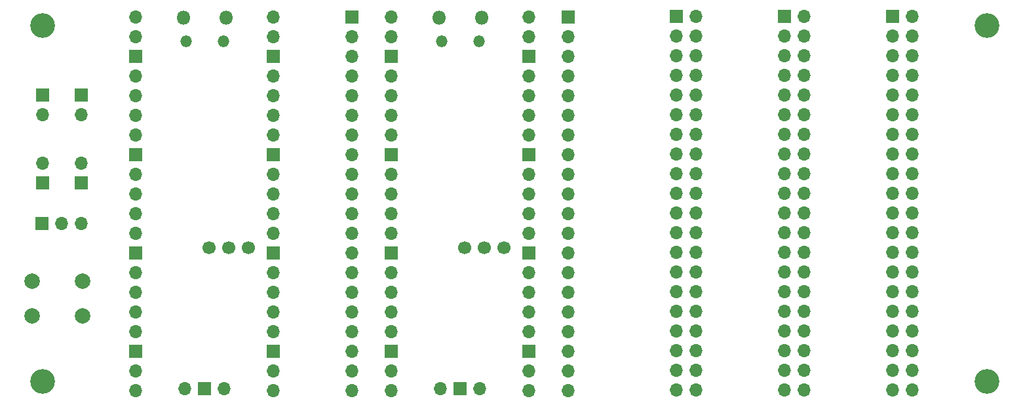
<source format=gbr>
%TF.GenerationSoftware,KiCad,Pcbnew,7.0.2*%
%TF.CreationDate,2023-05-26T12:13:05+09:00*%
%TF.ProjectId,KiCad,4b694361-642e-46b6-9963-61645f706362,rev?*%
%TF.SameCoordinates,PX41cdb40PY67f3540*%
%TF.FileFunction,Soldermask,Bot*%
%TF.FilePolarity,Negative*%
%FSLAX46Y46*%
G04 Gerber Fmt 4.6, Leading zero omitted, Abs format (unit mm)*
G04 Created by KiCad (PCBNEW 7.0.2) date 2023-05-26 12:13:05*
%MOMM*%
%LPD*%
G01*
G04 APERTURE LIST*
%ADD10O,1.800000X1.800000*%
%ADD11O,1.500000X1.500000*%
%ADD12O,1.700000X1.700000*%
%ADD13R,1.700000X1.700000*%
%ADD14C,1.700000*%
%ADD15C,3.200000*%
%ADD16C,2.000000*%
G04 APERTURE END LIST*
D10*
%TO.C,U1*%
X55275000Y51000000D03*
D11*
X55575000Y47970000D03*
X60425000Y47970000D03*
D10*
X60725000Y51000000D03*
D12*
X49110000Y51130000D03*
X49110000Y48590000D03*
D13*
X49110000Y46050000D03*
D12*
X49110000Y43510000D03*
X49110000Y40970000D03*
X49110000Y38430000D03*
X49110000Y35890000D03*
D13*
X49110000Y33350000D03*
D12*
X49110000Y30810000D03*
X49110000Y28270000D03*
X49110000Y25730000D03*
X49110000Y23190000D03*
D13*
X49110000Y20650000D03*
D12*
X49110000Y18110000D03*
X49110000Y15570000D03*
X49110000Y13030000D03*
X49110000Y10490000D03*
D13*
X49110000Y7950000D03*
D12*
X49110000Y5410000D03*
X49110000Y2870000D03*
X66890000Y2870000D03*
X66890000Y5410000D03*
D13*
X66890000Y7950000D03*
D12*
X66890000Y10490000D03*
X66890000Y13030000D03*
X66890000Y15570000D03*
X66890000Y18110000D03*
D13*
X66890000Y20650000D03*
D12*
X66890000Y23190000D03*
X66890000Y25730000D03*
X66890000Y28270000D03*
X66890000Y30810000D03*
D13*
X66890000Y33350000D03*
D12*
X66890000Y35890000D03*
X66890000Y38430000D03*
X66890000Y40970000D03*
X66890000Y43510000D03*
D13*
X66890000Y46050000D03*
D12*
X66890000Y48590000D03*
X66890000Y51130000D03*
X55460000Y3100000D03*
D14*
X58550000Y21300000D03*
D13*
X58000000Y3100000D03*
D14*
X61100000Y21300000D03*
D12*
X60540000Y3100000D03*
D14*
X63650000Y21300000D03*
%TD*%
D10*
%TO.C,U2*%
X22255000Y51000000D03*
D11*
X22555000Y47970000D03*
X27405000Y47970000D03*
D10*
X27705000Y51000000D03*
D12*
X16090000Y51130000D03*
X16090000Y48590000D03*
D13*
X16090000Y46050000D03*
D12*
X16090000Y43510000D03*
X16090000Y40970000D03*
X16090000Y38430000D03*
X16090000Y35890000D03*
D13*
X16090000Y33350000D03*
D12*
X16090000Y30810000D03*
X16090000Y28270000D03*
X16090000Y25730000D03*
X16090000Y23190000D03*
D13*
X16090000Y20650000D03*
D12*
X16090000Y18110000D03*
X16090000Y15570000D03*
X16090000Y13030000D03*
X16090000Y10490000D03*
D13*
X16090000Y7950000D03*
D12*
X16090000Y5410000D03*
X16090000Y2870000D03*
X33870000Y2870000D03*
X33870000Y5410000D03*
D13*
X33870000Y7950000D03*
D12*
X33870000Y10490000D03*
X33870000Y13030000D03*
X33870000Y15570000D03*
X33870000Y18110000D03*
D13*
X33870000Y20650000D03*
D12*
X33870000Y23190000D03*
X33870000Y25730000D03*
X33870000Y28270000D03*
X33870000Y30810000D03*
D13*
X33870000Y33350000D03*
D12*
X33870000Y35890000D03*
X33870000Y38430000D03*
X33870000Y40970000D03*
X33870000Y43510000D03*
D13*
X33870000Y46050000D03*
D12*
X33870000Y48590000D03*
X33870000Y51130000D03*
X22440000Y3100000D03*
D14*
X25530000Y21300000D03*
D13*
X24980000Y3100000D03*
D14*
X28080000Y21300000D03*
D12*
X27520000Y3100000D03*
D14*
X30630000Y21300000D03*
%TD*%
D13*
%TO.C,J3*%
X85935000Y51215000D03*
D12*
X85935000Y48675000D03*
X85935000Y46135000D03*
X85935000Y43595000D03*
X85935000Y41055000D03*
X85935000Y38515000D03*
X85935000Y35975000D03*
X85935000Y33435000D03*
X85935000Y30895000D03*
X85935000Y28355000D03*
X85935000Y25815000D03*
X85935000Y23275000D03*
X85935000Y20735000D03*
X85935000Y18195000D03*
X85935000Y15655000D03*
X85935000Y13115000D03*
X85935000Y10575000D03*
X85935000Y8035000D03*
X85935000Y5495000D03*
X85935000Y2955000D03*
X88475000Y2955000D03*
X88475000Y5495000D03*
X88475000Y8035000D03*
X88475000Y10575000D03*
X88475000Y13115000D03*
X88475000Y15655000D03*
X88475000Y18195000D03*
X88475000Y20735000D03*
X88475000Y23275000D03*
X88475000Y25815000D03*
X88475000Y28355000D03*
X88475000Y30895000D03*
X88475000Y33435000D03*
X88475000Y35975000D03*
X88475000Y38515000D03*
X88475000Y41055000D03*
X88475000Y43595000D03*
X88475000Y46135000D03*
X88475000Y48675000D03*
X88475000Y51215000D03*
%TD*%
D13*
%TO.C,J1*%
X113875000Y51215000D03*
D12*
X113875000Y48675000D03*
X113875000Y46135000D03*
X113875000Y43595000D03*
X113875000Y41055000D03*
X113875000Y38515000D03*
X113875000Y35975000D03*
X113875000Y33435000D03*
X113875000Y30895000D03*
X113875000Y28355000D03*
X113875000Y25815000D03*
X113875000Y23275000D03*
X113875000Y20735000D03*
X113875000Y18195000D03*
X113875000Y15655000D03*
X113875000Y13115000D03*
X113875000Y10575000D03*
X113875000Y8035000D03*
X113875000Y5495000D03*
X113875000Y2955000D03*
X116415000Y2955000D03*
X116415000Y5495000D03*
X116415000Y8035000D03*
X116415000Y10575000D03*
X116415000Y13115000D03*
X116415000Y15655000D03*
X116415000Y18195000D03*
X116415000Y20735000D03*
X116415000Y23275000D03*
X116415000Y25815000D03*
X116415000Y28355000D03*
X116415000Y30895000D03*
X116415000Y33435000D03*
X116415000Y35975000D03*
X116415000Y38515000D03*
X116415000Y41055000D03*
X116415000Y43595000D03*
X116415000Y46135000D03*
X116415000Y48675000D03*
X116415000Y51215000D03*
%TD*%
D13*
%TO.C,J2*%
X99910000Y51215000D03*
D12*
X99910000Y48675000D03*
X99910000Y46135000D03*
X99910000Y43595000D03*
X99910000Y41055000D03*
X99910000Y38515000D03*
X99910000Y35975000D03*
X99910000Y33435000D03*
X99910000Y30895000D03*
X99910000Y28355000D03*
X99910000Y25815000D03*
X99910000Y23275000D03*
X99910000Y20735000D03*
X99910000Y18195000D03*
X99910000Y15655000D03*
X99910000Y13115000D03*
X99910000Y10575000D03*
X99910000Y8035000D03*
X99910000Y5495000D03*
X99910000Y2955000D03*
X102450000Y2955000D03*
X102450000Y5495000D03*
X102450000Y8035000D03*
X102450000Y10575000D03*
X102450000Y13115000D03*
X102450000Y15655000D03*
X102450000Y18195000D03*
X102450000Y20735000D03*
X102450000Y23275000D03*
X102450000Y25815000D03*
X102450000Y28355000D03*
X102450000Y30895000D03*
X102450000Y33435000D03*
X102450000Y35975000D03*
X102450000Y38515000D03*
X102450000Y41055000D03*
X102450000Y43595000D03*
X102450000Y46135000D03*
X102450000Y48675000D03*
X102450000Y51215000D03*
%TD*%
D13*
%TO.C,J6*%
X3960000Y24450000D03*
D12*
X6500000Y24450000D03*
X9040000Y24450000D03*
%TD*%
D15*
%TO.C,H2*%
X4000000Y50000000D03*
%TD*%
D13*
%TO.C,JP3*%
X4000000Y29660000D03*
D12*
X4000000Y32200000D03*
%TD*%
D13*
%TO.C,J4*%
X44030000Y51100000D03*
D12*
X44030000Y48560000D03*
X44030000Y46020000D03*
X44030000Y43480000D03*
X44030000Y40940000D03*
X44030000Y38400000D03*
X44030000Y35860000D03*
X44030000Y33320000D03*
X44030000Y30780000D03*
X44030000Y28240000D03*
X44030000Y25700000D03*
X44030000Y23160000D03*
X44030000Y20620000D03*
X44030000Y18080000D03*
X44030000Y15540000D03*
X44030000Y13000000D03*
X44030000Y10460000D03*
X44030000Y7920000D03*
X44030000Y5380000D03*
X44030000Y2840000D03*
%TD*%
D13*
%TO.C,JP1*%
X9000000Y41000000D03*
D12*
X9000000Y38460000D03*
%TD*%
D13*
%TO.C,JP4*%
X9000000Y29660000D03*
D12*
X9000000Y32200000D03*
%TD*%
D16*
%TO.C,SW1*%
X2680000Y17016000D03*
X9180000Y17016000D03*
X2680000Y12516000D03*
X9180000Y12516000D03*
%TD*%
D15*
%TO.C,H4*%
X126000000Y4000000D03*
%TD*%
D13*
%TO.C,JP2*%
X4000000Y41000000D03*
D12*
X4000000Y38460000D03*
%TD*%
D13*
%TO.C,J5*%
X71970000Y51100000D03*
D12*
X71970000Y48560000D03*
X71970000Y46020000D03*
X71970000Y43480000D03*
X71970000Y40940000D03*
X71970000Y38400000D03*
X71970000Y35860000D03*
X71970000Y33320000D03*
X71970000Y30780000D03*
X71970000Y28240000D03*
X71970000Y25700000D03*
X71970000Y23160000D03*
X71970000Y20620000D03*
X71970000Y18080000D03*
X71970000Y15540000D03*
X71970000Y13000000D03*
X71970000Y10460000D03*
X71970000Y7920000D03*
X71970000Y5380000D03*
X71970000Y2840000D03*
%TD*%
D15*
%TO.C,H1*%
X126000000Y50000000D03*
%TD*%
%TO.C,H3*%
X4000000Y4000000D03*
%TD*%
M02*

</source>
